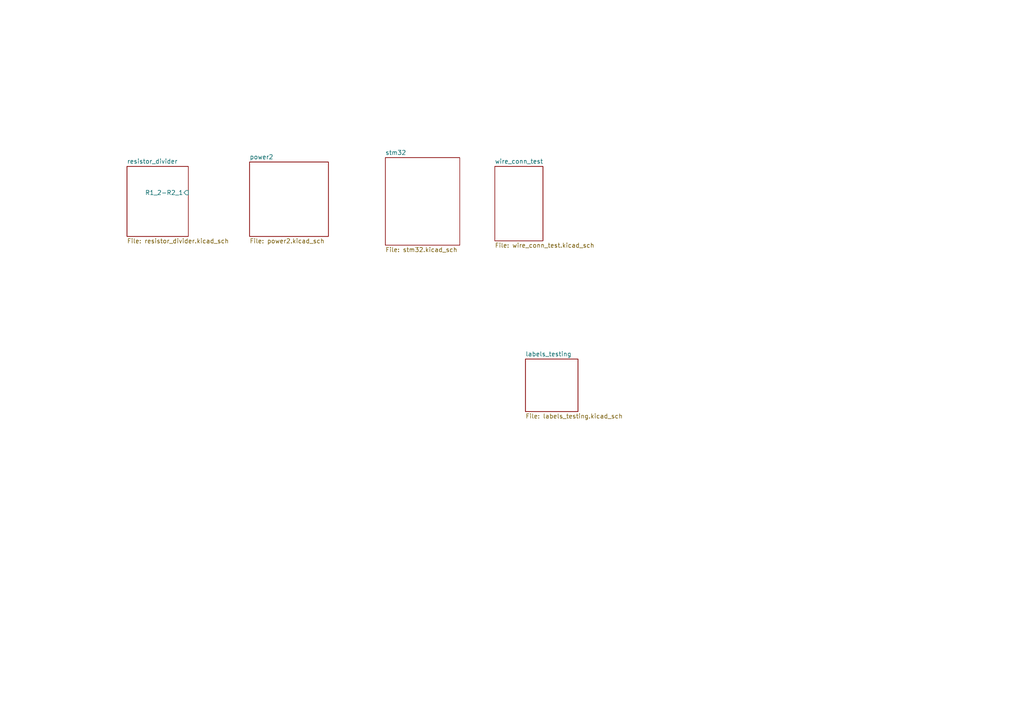
<source format=kicad_sch>
(kicad_sch
	(version 20231120)
	(generator "eeschema")
	(generator_version "8.0")
	(uuid "139408cf-b4ac-4ccf-8751-afbb6def1f13")
	(paper "A4")
	(lib_symbols)
	(sheet
		(at 36.83 48.26)
		(size 17.78 20.32)
		(fields_autoplaced yes)
		(stroke
			(width 0.1524)
			(type solid)
		)
		(fill
			(color 0 0 0 0.0000)
		)
		(uuid "7dcd522d-d03d-41f6-bad3-56f1f937b049")
		(property "Sheetname" "resistor_divider"
			(at 36.83 47.5484 0)
			(effects
				(font
					(size 1.27 1.27)
				)
				(justify left bottom)
			)
		)
		(property "Sheetfile" "resistor_divider.kicad_sch"
			(at 36.83 69.1646 0)
			(effects
				(font
					(size 1.27 1.27)
				)
				(justify left top)
			)
		)
		(pin "R1_2-R2_1" input
			(at 54.61 55.88 0)
			(effects
				(font
					(size 1.27 1.27)
				)
				(justify right)
			)
			(uuid "8d8ee59b-4d1a-4a57-9097-ba22b5e75d32")
		)
		(instances
			(project "example_kicad_project"
				(path "/139408cf-b4ac-4ccf-8751-afbb6def1f13"
					(page "3")
				)
			)
		)
	)
	(sheet
		(at 143.51 48.26)
		(size 13.97 21.59)
		(fields_autoplaced yes)
		(stroke
			(width 0.1524)
			(type solid)
		)
		(fill
			(color 0 0 0 0.0000)
		)
		(uuid "8234fcde-2a25-40ed-bf1a-aa4bf9bd93ad")
		(property "Sheetname" "wire_conn_test"
			(at 143.51 47.5484 0)
			(effects
				(font
					(size 1.27 1.27)
				)
				(justify left bottom)
			)
		)
		(property "Sheetfile" "wire_conn_test.kicad_sch"
			(at 143.51 70.4346 0)
			(effects
				(font
					(size 1.27 1.27)
				)
				(justify left top)
			)
		)
		(instances
			(project "example_kicad_project"
				(path "/139408cf-b4ac-4ccf-8751-afbb6def1f13"
					(page "5")
				)
			)
		)
	)
	(sheet
		(at 152.4 104.14)
		(size 15.24 15.24)
		(fields_autoplaced yes)
		(stroke
			(width 0.1524)
			(type solid)
		)
		(fill
			(color 0 0 0 0.0000)
		)
		(uuid "90ceafd8-bd42-443d-a247-0a105a926b0c")
		(property "Sheetname" "labels_testing"
			(at 152.4 103.4284 0)
			(effects
				(font
					(size 1.27 1.27)
				)
				(justify left bottom)
			)
		)
		(property "Sheetfile" "labels_testing.kicad_sch"
			(at 152.4 119.9646 0)
			(effects
				(font
					(size 1.27 1.27)
				)
				(justify left top)
			)
		)
		(instances
			(project "example_kicad_project"
				(path "/139408cf-b4ac-4ccf-8751-afbb6def1f13"
					(page "7")
				)
			)
		)
	)
	(sheet
		(at 72.39 46.99)
		(size 22.86 21.59)
		(fields_autoplaced yes)
		(stroke
			(width 0.1524)
			(type solid)
		)
		(fill
			(color 0 0 0 0.0000)
		)
		(uuid "bb878e8b-3ef6-45c7-bc17-d62b28e24d94")
		(property "Sheetname" "power2"
			(at 72.39 46.2784 0)
			(effects
				(font
					(size 1.27 1.27)
				)
				(justify left bottom)
			)
		)
		(property "Sheetfile" "power2.kicad_sch"
			(at 72.39 69.1646 0)
			(effects
				(font
					(size 1.27 1.27)
				)
				(justify left top)
			)
		)
		(instances
			(project "example_kicad_project"
				(path "/139408cf-b4ac-4ccf-8751-afbb6def1f13"
					(page "2")
				)
			)
		)
	)
	(sheet
		(at 111.76 45.72)
		(size 21.59 25.4)
		(fields_autoplaced yes)
		(stroke
			(width 0.1524)
			(type solid)
		)
		(fill
			(color 0 0 0 0.0000)
		)
		(uuid "e6f5f316-cb92-4d26-9a5c-0bb6c841d4b0")
		(property "Sheetname" "stm32"
			(at 111.76 45.0084 0)
			(effects
				(font
					(size 1.27 1.27)
				)
				(justify left bottom)
			)
		)
		(property "Sheetfile" "stm32.kicad_sch"
			(at 111.76 71.7046 0)
			(effects
				(font
					(size 1.27 1.27)
				)
				(justify left top)
			)
		)
		(instances
			(project "example_kicad_project"
				(path "/139408cf-b4ac-4ccf-8751-afbb6def1f13"
					(page "4")
				)
			)
		)
	)
	(sheet_instances
		(path "/"
			(page "1")
		)
	)
)

</source>
